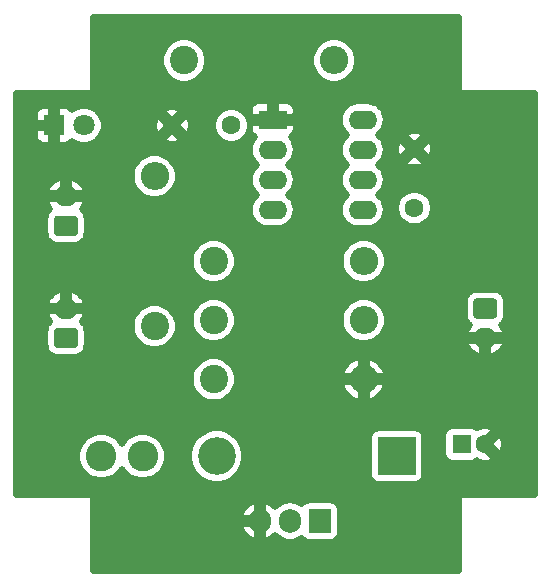
<source format=gbr>
%TF.GenerationSoftware,KiCad,Pcbnew,(5.1.7)-1*%
%TF.CreationDate,2021-05-25T19:38:32+01:00*%
%TF.ProjectId,12_24_boost_converter,31325f32-345f-4626-9f6f-73745f636f6e,rev?*%
%TF.SameCoordinates,Original*%
%TF.FileFunction,Copper,L2,Bot*%
%TF.FilePolarity,Positive*%
%FSLAX46Y46*%
G04 Gerber Fmt 4.6, Leading zero omitted, Abs format (unit mm)*
G04 Created by KiCad (PCBNEW (5.1.7)-1) date 2021-05-25 19:38:32*
%MOMM*%
%LPD*%
G01*
G04 APERTURE LIST*
%TA.AperFunction,ComponentPad*%
%ADD10O,2.400000X2.400000*%
%TD*%
%TA.AperFunction,ComponentPad*%
%ADD11C,2.400000*%
%TD*%
%TA.AperFunction,ComponentPad*%
%ADD12C,1.800000*%
%TD*%
%TA.AperFunction,ComponentPad*%
%ADD13R,1.800000X1.800000*%
%TD*%
%TA.AperFunction,ComponentPad*%
%ADD14C,2.600000*%
%TD*%
%TA.AperFunction,ComponentPad*%
%ADD15O,3.200000X3.200000*%
%TD*%
%TA.AperFunction,ComponentPad*%
%ADD16R,3.200000X3.200000*%
%TD*%
%TA.AperFunction,ComponentPad*%
%ADD17R,2.400000X1.600000*%
%TD*%
%TA.AperFunction,ComponentPad*%
%ADD18O,2.400000X1.600000*%
%TD*%
%TA.AperFunction,ComponentPad*%
%ADD19O,2.000000X1.700000*%
%TD*%
%TA.AperFunction,ComponentPad*%
%ADD20R,1.600000X1.600000*%
%TD*%
%TA.AperFunction,ComponentPad*%
%ADD21C,1.600000*%
%TD*%
%TA.AperFunction,ComponentPad*%
%ADD22R,1.905000X2.000000*%
%TD*%
%TA.AperFunction,ComponentPad*%
%ADD23O,1.905000X2.000000*%
%TD*%
%TA.AperFunction,Conductor*%
%ADD24C,0.500000*%
%TD*%
%TA.AperFunction,Conductor*%
%ADD25C,0.100000*%
%TD*%
G04 APERTURE END LIST*
D10*
%TO.P,R5,2*%
%TO.N,+12V*%
X132700000Y-84500000D03*
D11*
%TO.P,R5,1*%
%TO.N,Net-(D2-Pad2)*%
X120000000Y-84500000D03*
%TD*%
D12*
%TO.P,D2,2*%
%TO.N,Net-(D2-Pad2)*%
X111540000Y-90000000D03*
D13*
%TO.P,D2,1*%
%TO.N,GND*%
X109000000Y-90000000D03*
%TD*%
D14*
%TO.P,L1,2*%
%TO.N,Net-(D1-Pad2)*%
X116500000Y-118000000D03*
%TO.P,L1,1*%
%TO.N,+12V*%
X113000000Y-118000000D03*
%TD*%
D15*
%TO.P,D1,2*%
%TO.N,Net-(D1-Pad2)*%
X122760000Y-118000000D03*
D16*
%TO.P,D1,1*%
%TO.N,+24V*%
X138000000Y-118000000D03*
%TD*%
D17*
%TO.P,U1,1*%
%TO.N,GND*%
X127500000Y-89500000D03*
D18*
%TO.P,U1,5*%
%TO.N,Net-(C2-Pad2)*%
X135120000Y-97120000D03*
%TO.P,U1,2*%
%TO.N,Net-(C1-Pad2)*%
X127500000Y-92040000D03*
%TO.P,U1,6*%
X135120000Y-94580000D03*
%TO.P,U1,3*%
%TO.N,Net-(R3-Pad2)*%
X127500000Y-94580000D03*
%TO.P,U1,7*%
%TO.N,Net-(R1-Pad2)*%
X135120000Y-92040000D03*
%TO.P,U1,4*%
%TO.N,+12V*%
X127500000Y-97120000D03*
%TO.P,U1,8*%
X135120000Y-89500000D03*
%TD*%
D10*
%TO.P,R1,2*%
%TO.N,Net-(R1-Pad2)*%
X135200000Y-101500000D03*
D11*
%TO.P,R1,1*%
%TO.N,+12V*%
X122500000Y-101500000D03*
%TD*%
%TO.P,J3,1*%
%TO.N,+24V*%
%TA.AperFunction,ComponentPad*%
G36*
G01*
X144750000Y-104650000D02*
X146250000Y-104650000D01*
G75*
G02*
X146500000Y-104900000I0J-250000D01*
G01*
X146500000Y-106100000D01*
G75*
G02*
X146250000Y-106350000I-250000J0D01*
G01*
X144750000Y-106350000D01*
G75*
G02*
X144500000Y-106100000I0J250000D01*
G01*
X144500000Y-104900000D01*
G75*
G02*
X144750000Y-104650000I250000J0D01*
G01*
G37*
%TD.AperFunction*%
D19*
%TO.P,J3,2*%
%TO.N,GND*%
X145500000Y-108000000D03*
%TD*%
D20*
%TO.P,C3,1*%
%TO.N,+24V*%
X143500000Y-117000000D03*
D21*
%TO.P,C3,2*%
%TO.N,GND*%
X145500000Y-117000000D03*
%TD*%
D11*
%TO.P,R4,1*%
%TO.N,Net-(Q1-Pad1)*%
X122500000Y-111500000D03*
D10*
%TO.P,R4,2*%
%TO.N,GND*%
X135200000Y-111500000D03*
%TD*%
D11*
%TO.P,R3,1*%
%TO.N,Net-(Q1-Pad1)*%
X117500000Y-107000000D03*
D10*
%TO.P,R3,2*%
%TO.N,Net-(R3-Pad2)*%
X117500000Y-94300000D03*
%TD*%
%TO.P,R2,2*%
%TO.N,Net-(R1-Pad2)*%
X135200000Y-106500000D03*
D11*
%TO.P,R2,1*%
%TO.N,Net-(C1-Pad2)*%
X122500000Y-106500000D03*
%TD*%
D21*
%TO.P,C1,1*%
%TO.N,GND*%
X119000000Y-90000000D03*
%TO.P,C1,2*%
%TO.N,Net-(C1-Pad2)*%
X124000000Y-90000000D03*
%TD*%
%TO.P,J2,1*%
%TO.N,+12V*%
%TA.AperFunction,ComponentPad*%
G36*
G01*
X110750000Y-108850000D02*
X109250000Y-108850000D01*
G75*
G02*
X109000000Y-108600000I0J250000D01*
G01*
X109000000Y-107400000D01*
G75*
G02*
X109250000Y-107150000I250000J0D01*
G01*
X110750000Y-107150000D01*
G75*
G02*
X111000000Y-107400000I0J-250000D01*
G01*
X111000000Y-108600000D01*
G75*
G02*
X110750000Y-108850000I-250000J0D01*
G01*
G37*
%TD.AperFunction*%
D19*
%TO.P,J2,2*%
%TO.N,GND*%
X110000000Y-105500000D03*
%TD*%
D21*
%TO.P,C2,1*%
%TO.N,GND*%
X139500000Y-92000000D03*
%TO.P,C2,2*%
%TO.N,Net-(C2-Pad2)*%
X139500000Y-97000000D03*
%TD*%
D22*
%TO.P,Q1,1*%
%TO.N,Net-(Q1-Pad1)*%
X131500000Y-123500000D03*
D23*
%TO.P,Q1,2*%
%TO.N,Net-(D1-Pad2)*%
X128960000Y-123500000D03*
%TO.P,Q1,3*%
%TO.N,GND*%
X126420000Y-123500000D03*
%TD*%
%TO.P,J1,1*%
%TO.N,+12V*%
%TA.AperFunction,ComponentPad*%
G36*
G01*
X110750000Y-99350000D02*
X109250000Y-99350000D01*
G75*
G02*
X109000000Y-99100000I0J250000D01*
G01*
X109000000Y-97900000D01*
G75*
G02*
X109250000Y-97650000I250000J0D01*
G01*
X110750000Y-97650000D01*
G75*
G02*
X111000000Y-97900000I0J-250000D01*
G01*
X111000000Y-99100000D01*
G75*
G02*
X110750000Y-99350000I-250000J0D01*
G01*
G37*
%TD.AperFunction*%
D19*
%TO.P,J1,2*%
%TO.N,GND*%
X110000000Y-96000000D03*
%TD*%
D24*
%TO.N,GND*%
X143250000Y-87000000D02*
X143254804Y-87048773D01*
X143269030Y-87095671D01*
X143292133Y-87138893D01*
X143323223Y-87176777D01*
X143361107Y-87207867D01*
X143404329Y-87230970D01*
X143451227Y-87245196D01*
X143500000Y-87250000D01*
X149725000Y-87250000D01*
X149725001Y-121250000D01*
X143500000Y-121250000D01*
X143451227Y-121254804D01*
X143404329Y-121269030D01*
X143361107Y-121292133D01*
X143323223Y-121323223D01*
X143292133Y-121361107D01*
X143269030Y-121404329D01*
X143254804Y-121451227D01*
X143250000Y-121500000D01*
X143250000Y-127725000D01*
X112250000Y-127725000D01*
X112250000Y-124011501D01*
X124784882Y-124011501D01*
X124906822Y-124321581D01*
X125086913Y-124601914D01*
X125318234Y-124841726D01*
X125591895Y-125031802D01*
X125897380Y-125164837D01*
X125909635Y-125171703D01*
X126170000Y-125041731D01*
X126170000Y-123750000D01*
X124919927Y-123750000D01*
X124784882Y-124011501D01*
X112250000Y-124011501D01*
X112250000Y-122988499D01*
X124784882Y-122988499D01*
X124919927Y-123250000D01*
X126170000Y-123250000D01*
X126170000Y-121958269D01*
X126670000Y-121958269D01*
X126670000Y-123250000D01*
X126690000Y-123250000D01*
X126690000Y-123750000D01*
X126670000Y-123750000D01*
X126670000Y-125041731D01*
X126930365Y-125171703D01*
X126942620Y-125164837D01*
X127248105Y-125031802D01*
X127521766Y-124841726D01*
X127682750Y-124674832D01*
X127750326Y-124757174D01*
X128009565Y-124969926D01*
X128305329Y-125128015D01*
X128626252Y-125225366D01*
X128960000Y-125258237D01*
X129293747Y-125225366D01*
X129614670Y-125128015D01*
X129910434Y-124969926D01*
X129941801Y-124944184D01*
X130014605Y-125032895D01*
X130128807Y-125126619D01*
X130259099Y-125196261D01*
X130400474Y-125239147D01*
X130547500Y-125253628D01*
X132452500Y-125253628D01*
X132599526Y-125239147D01*
X132740901Y-125196261D01*
X132871193Y-125126619D01*
X132985395Y-125032895D01*
X133079119Y-124918693D01*
X133148761Y-124788401D01*
X133191647Y-124647026D01*
X133206128Y-124500000D01*
X133206128Y-122500000D01*
X133191647Y-122352974D01*
X133148761Y-122211599D01*
X133079119Y-122081307D01*
X132985395Y-121967105D01*
X132871193Y-121873381D01*
X132740901Y-121803739D01*
X132599526Y-121760853D01*
X132452500Y-121746372D01*
X130547500Y-121746372D01*
X130400474Y-121760853D01*
X130259099Y-121803739D01*
X130128807Y-121873381D01*
X130014605Y-121967105D01*
X129941801Y-122055816D01*
X129910435Y-122030074D01*
X129614671Y-121871985D01*
X129293748Y-121774634D01*
X128960000Y-121741763D01*
X128626253Y-121774634D01*
X128305330Y-121871985D01*
X128009566Y-122030074D01*
X127750326Y-122242826D01*
X127682750Y-122325167D01*
X127521766Y-122158274D01*
X127248105Y-121968198D01*
X126942620Y-121835163D01*
X126930365Y-121828297D01*
X126670000Y-121958269D01*
X126170000Y-121958269D01*
X125909635Y-121828297D01*
X125897380Y-121835163D01*
X125591895Y-121968198D01*
X125318234Y-122158274D01*
X125086913Y-122398086D01*
X124906822Y-122678419D01*
X124784882Y-122988499D01*
X112250000Y-122988499D01*
X112250000Y-121500000D01*
X112245196Y-121451227D01*
X112230970Y-121404329D01*
X112207867Y-121361107D01*
X112176777Y-121323223D01*
X112138893Y-121292133D01*
X112095671Y-121269030D01*
X112048773Y-121254804D01*
X112000000Y-121250000D01*
X105775000Y-121250000D01*
X105775000Y-117798093D01*
X110950000Y-117798093D01*
X110950000Y-118201907D01*
X111028780Y-118597963D01*
X111183314Y-118971039D01*
X111407661Y-119306799D01*
X111693201Y-119592339D01*
X112028961Y-119816686D01*
X112402037Y-119971220D01*
X112798093Y-120050000D01*
X113201907Y-120050000D01*
X113597963Y-119971220D01*
X113971039Y-119816686D01*
X114306799Y-119592339D01*
X114592339Y-119306799D01*
X114750000Y-119070842D01*
X114907661Y-119306799D01*
X115193201Y-119592339D01*
X115528961Y-119816686D01*
X115902037Y-119971220D01*
X116298093Y-120050000D01*
X116701907Y-120050000D01*
X117097963Y-119971220D01*
X117471039Y-119816686D01*
X117806799Y-119592339D01*
X118092339Y-119306799D01*
X118316686Y-118971039D01*
X118471220Y-118597963D01*
X118550000Y-118201907D01*
X118550000Y-117798093D01*
X118544123Y-117768545D01*
X120410000Y-117768545D01*
X120410000Y-118231455D01*
X120500309Y-118685470D01*
X120677457Y-119113143D01*
X120934636Y-119498038D01*
X121261962Y-119825364D01*
X121646857Y-120082543D01*
X122074530Y-120259691D01*
X122528545Y-120350000D01*
X122991455Y-120350000D01*
X123445470Y-120259691D01*
X123873143Y-120082543D01*
X124258038Y-119825364D01*
X124585364Y-119498038D01*
X124842543Y-119113143D01*
X125019691Y-118685470D01*
X125110000Y-118231455D01*
X125110000Y-117768545D01*
X125019691Y-117314530D01*
X124842543Y-116886857D01*
X124585364Y-116501962D01*
X124483402Y-116400000D01*
X135646372Y-116400000D01*
X135646372Y-119600000D01*
X135660853Y-119747026D01*
X135703739Y-119888401D01*
X135773381Y-120018693D01*
X135867105Y-120132895D01*
X135981307Y-120226619D01*
X136111599Y-120296261D01*
X136252974Y-120339147D01*
X136400000Y-120353628D01*
X139600000Y-120353628D01*
X139747026Y-120339147D01*
X139888401Y-120296261D01*
X140018693Y-120226619D01*
X140132895Y-120132895D01*
X140226619Y-120018693D01*
X140296261Y-119888401D01*
X140339147Y-119747026D01*
X140353628Y-119600000D01*
X140353628Y-116400000D01*
X140339147Y-116252974D01*
X140323078Y-116200000D01*
X141946372Y-116200000D01*
X141946372Y-117800000D01*
X141960853Y-117947026D01*
X142003739Y-118088401D01*
X142073381Y-118218693D01*
X142167105Y-118332895D01*
X142281307Y-118426619D01*
X142411599Y-118496261D01*
X142552974Y-118539147D01*
X142700000Y-118553628D01*
X144300000Y-118553628D01*
X144447026Y-118539147D01*
X144588401Y-118496261D01*
X144718693Y-118426619D01*
X144791812Y-118366612D01*
X144798649Y-118390653D01*
X145083429Y-118500758D01*
X145384216Y-118553190D01*
X145689454Y-118545935D01*
X145987411Y-118479270D01*
X146201351Y-118390653D01*
X146275694Y-118129247D01*
X145500000Y-117353553D01*
X145485858Y-117367696D01*
X145132305Y-117014143D01*
X145146447Y-117000000D01*
X145853553Y-117000000D01*
X146629247Y-117775694D01*
X146890653Y-117701351D01*
X147000758Y-117416571D01*
X147053190Y-117115784D01*
X147045935Y-116810546D01*
X146979270Y-116512589D01*
X146890653Y-116298649D01*
X146629247Y-116224306D01*
X145853553Y-117000000D01*
X145146447Y-117000000D01*
X145132305Y-116985858D01*
X145485858Y-116632305D01*
X145500000Y-116646447D01*
X146275694Y-115870753D01*
X146201351Y-115609347D01*
X145916571Y-115499242D01*
X145615784Y-115446810D01*
X145310546Y-115454065D01*
X145012589Y-115520730D01*
X144798649Y-115609347D01*
X144791812Y-115633388D01*
X144718693Y-115573381D01*
X144588401Y-115503739D01*
X144447026Y-115460853D01*
X144300000Y-115446372D01*
X142700000Y-115446372D01*
X142552974Y-115460853D01*
X142411599Y-115503739D01*
X142281307Y-115573381D01*
X142167105Y-115667105D01*
X142073381Y-115781307D01*
X142003739Y-115911599D01*
X141960853Y-116052974D01*
X141946372Y-116200000D01*
X140323078Y-116200000D01*
X140296261Y-116111599D01*
X140226619Y-115981307D01*
X140132895Y-115867105D01*
X140018693Y-115773381D01*
X139888401Y-115703739D01*
X139747026Y-115660853D01*
X139600000Y-115646372D01*
X136400000Y-115646372D01*
X136252974Y-115660853D01*
X136111599Y-115703739D01*
X135981307Y-115773381D01*
X135867105Y-115867105D01*
X135773381Y-115981307D01*
X135703739Y-116111599D01*
X135660853Y-116252974D01*
X135646372Y-116400000D01*
X124483402Y-116400000D01*
X124258038Y-116174636D01*
X123873143Y-115917457D01*
X123445470Y-115740309D01*
X122991455Y-115650000D01*
X122528545Y-115650000D01*
X122074530Y-115740309D01*
X121646857Y-115917457D01*
X121261962Y-116174636D01*
X120934636Y-116501962D01*
X120677457Y-116886857D01*
X120500309Y-117314530D01*
X120410000Y-117768545D01*
X118544123Y-117768545D01*
X118471220Y-117402037D01*
X118316686Y-117028961D01*
X118092339Y-116693201D01*
X117806799Y-116407661D01*
X117471039Y-116183314D01*
X117097963Y-116028780D01*
X116701907Y-115950000D01*
X116298093Y-115950000D01*
X115902037Y-116028780D01*
X115528961Y-116183314D01*
X115193201Y-116407661D01*
X114907661Y-116693201D01*
X114750000Y-116929158D01*
X114592339Y-116693201D01*
X114306799Y-116407661D01*
X113971039Y-116183314D01*
X113597963Y-116028780D01*
X113201907Y-115950000D01*
X112798093Y-115950000D01*
X112402037Y-116028780D01*
X112028961Y-116183314D01*
X111693201Y-116407661D01*
X111407661Y-116693201D01*
X111183314Y-117028961D01*
X111028780Y-117402037D01*
X110950000Y-117798093D01*
X105775000Y-117798093D01*
X105775000Y-111307942D01*
X120550000Y-111307942D01*
X120550000Y-111692058D01*
X120624938Y-112068794D01*
X120771933Y-112423671D01*
X120985336Y-112743052D01*
X121256948Y-113014664D01*
X121576329Y-113228067D01*
X121931206Y-113375062D01*
X122307942Y-113450000D01*
X122692058Y-113450000D01*
X123068794Y-113375062D01*
X123423671Y-113228067D01*
X123743052Y-113014664D01*
X124014664Y-112743052D01*
X124228067Y-112423671D01*
X124375062Y-112068794D01*
X124378909Y-112049452D01*
X133329010Y-112049452D01*
X133339063Y-112082616D01*
X133488483Y-112434472D01*
X133703676Y-112750417D01*
X133976372Y-113018309D01*
X134296091Y-113227853D01*
X134650547Y-113370997D01*
X134950000Y-113246415D01*
X134950000Y-111750000D01*
X135450000Y-111750000D01*
X135450000Y-113246415D01*
X135749453Y-113370997D01*
X136103909Y-113227853D01*
X136423628Y-113018309D01*
X136696324Y-112750417D01*
X136911517Y-112434472D01*
X137060937Y-112082616D01*
X137070990Y-112049452D01*
X136944679Y-111750000D01*
X135450000Y-111750000D01*
X134950000Y-111750000D01*
X133455321Y-111750000D01*
X133329010Y-112049452D01*
X124378909Y-112049452D01*
X124450000Y-111692058D01*
X124450000Y-111307942D01*
X124378910Y-110950548D01*
X133329010Y-110950548D01*
X133455321Y-111250000D01*
X134950000Y-111250000D01*
X134950000Y-109753585D01*
X135450000Y-109753585D01*
X135450000Y-111250000D01*
X136944679Y-111250000D01*
X137070990Y-110950548D01*
X137060937Y-110917384D01*
X136911517Y-110565528D01*
X136696324Y-110249583D01*
X136423628Y-109981691D01*
X136103909Y-109772147D01*
X135749453Y-109629003D01*
X135450000Y-109753585D01*
X134950000Y-109753585D01*
X134650547Y-109629003D01*
X134296091Y-109772147D01*
X133976372Y-109981691D01*
X133703676Y-110249583D01*
X133488483Y-110565528D01*
X133339063Y-110917384D01*
X133329010Y-110950548D01*
X124378910Y-110950548D01*
X124375062Y-110931206D01*
X124228067Y-110576329D01*
X124014664Y-110256948D01*
X123743052Y-109985336D01*
X123423671Y-109771933D01*
X123068794Y-109624938D01*
X122692058Y-109550000D01*
X122307942Y-109550000D01*
X121931206Y-109624938D01*
X121576329Y-109771933D01*
X121256948Y-109985336D01*
X120985336Y-110256948D01*
X120771933Y-110576329D01*
X120624938Y-110931206D01*
X120550000Y-111307942D01*
X105775000Y-111307942D01*
X105775000Y-107400000D01*
X108246372Y-107400000D01*
X108246372Y-108600000D01*
X108265656Y-108795798D01*
X108322769Y-108984072D01*
X108415514Y-109157586D01*
X108540328Y-109309672D01*
X108692414Y-109434486D01*
X108865928Y-109527231D01*
X109054202Y-109584344D01*
X109250000Y-109603628D01*
X110750000Y-109603628D01*
X110945798Y-109584344D01*
X111134072Y-109527231D01*
X111307586Y-109434486D01*
X111459672Y-109309672D01*
X111584486Y-109157586D01*
X111677231Y-108984072D01*
X111734344Y-108795798D01*
X111753628Y-108600000D01*
X111753628Y-107400000D01*
X111734344Y-107204202D01*
X111677231Y-107015928D01*
X111584486Y-106842414D01*
X111556196Y-106807942D01*
X115550000Y-106807942D01*
X115550000Y-107192058D01*
X115624938Y-107568794D01*
X115771933Y-107923671D01*
X115985336Y-108243052D01*
X116256948Y-108514664D01*
X116576329Y-108728067D01*
X116931206Y-108875062D01*
X117307942Y-108950000D01*
X117692058Y-108950000D01*
X118068794Y-108875062D01*
X118423671Y-108728067D01*
X118743052Y-108514664D01*
X118763573Y-108494143D01*
X143828217Y-108494143D01*
X143862214Y-108575764D01*
X144003127Y-108854954D01*
X144195800Y-109101288D01*
X144432828Y-109305300D01*
X144705103Y-109459150D01*
X145002161Y-109556926D01*
X145250000Y-109404672D01*
X145250000Y-108250000D01*
X145750000Y-108250000D01*
X145750000Y-109404672D01*
X145997839Y-109556926D01*
X146294897Y-109459150D01*
X146567172Y-109305300D01*
X146804200Y-109101288D01*
X146996873Y-108854954D01*
X147137786Y-108575764D01*
X147171783Y-108494143D01*
X147040200Y-108250000D01*
X145750000Y-108250000D01*
X145250000Y-108250000D01*
X143959800Y-108250000D01*
X143828217Y-108494143D01*
X118763573Y-108494143D01*
X119014664Y-108243052D01*
X119228067Y-107923671D01*
X119375062Y-107568794D01*
X119450000Y-107192058D01*
X119450000Y-106807942D01*
X119375062Y-106431206D01*
X119324005Y-106307942D01*
X120550000Y-106307942D01*
X120550000Y-106692058D01*
X120624938Y-107068794D01*
X120771933Y-107423671D01*
X120985336Y-107743052D01*
X121256948Y-108014664D01*
X121576329Y-108228067D01*
X121931206Y-108375062D01*
X122307942Y-108450000D01*
X122692058Y-108450000D01*
X123068794Y-108375062D01*
X123423671Y-108228067D01*
X123743052Y-108014664D01*
X124014664Y-107743052D01*
X124228067Y-107423671D01*
X124375062Y-107068794D01*
X124450000Y-106692058D01*
X124450000Y-106307942D01*
X133250000Y-106307942D01*
X133250000Y-106692058D01*
X133324938Y-107068794D01*
X133471933Y-107423671D01*
X133685336Y-107743052D01*
X133956948Y-108014664D01*
X134276329Y-108228067D01*
X134631206Y-108375062D01*
X135007942Y-108450000D01*
X135392058Y-108450000D01*
X135768794Y-108375062D01*
X136123671Y-108228067D01*
X136443052Y-108014664D01*
X136714664Y-107743052D01*
X136928067Y-107423671D01*
X137075062Y-107068794D01*
X137150000Y-106692058D01*
X137150000Y-106307942D01*
X137075062Y-105931206D01*
X136928067Y-105576329D01*
X136714664Y-105256948D01*
X136443052Y-104985336D01*
X136315338Y-104900000D01*
X143746372Y-104900000D01*
X143746372Y-106100000D01*
X143765656Y-106295798D01*
X143822769Y-106484072D01*
X143915514Y-106657586D01*
X144040328Y-106809672D01*
X144177434Y-106922193D01*
X144003127Y-107145046D01*
X143862214Y-107424236D01*
X143828217Y-107505857D01*
X143959800Y-107750000D01*
X145250000Y-107750000D01*
X145250000Y-107730000D01*
X145750000Y-107730000D01*
X145750000Y-107750000D01*
X147040200Y-107750000D01*
X147171783Y-107505857D01*
X147137786Y-107424236D01*
X146996873Y-107145046D01*
X146822566Y-106922193D01*
X146959672Y-106809672D01*
X147084486Y-106657586D01*
X147177231Y-106484072D01*
X147234344Y-106295798D01*
X147253628Y-106100000D01*
X147253628Y-104900000D01*
X147234344Y-104704202D01*
X147177231Y-104515928D01*
X147084486Y-104342414D01*
X146959672Y-104190328D01*
X146807586Y-104065514D01*
X146634072Y-103972769D01*
X146445798Y-103915656D01*
X146250000Y-103896372D01*
X144750000Y-103896372D01*
X144554202Y-103915656D01*
X144365928Y-103972769D01*
X144192414Y-104065514D01*
X144040328Y-104190328D01*
X143915514Y-104342414D01*
X143822769Y-104515928D01*
X143765656Y-104704202D01*
X143746372Y-104900000D01*
X136315338Y-104900000D01*
X136123671Y-104771933D01*
X135768794Y-104624938D01*
X135392058Y-104550000D01*
X135007942Y-104550000D01*
X134631206Y-104624938D01*
X134276329Y-104771933D01*
X133956948Y-104985336D01*
X133685336Y-105256948D01*
X133471933Y-105576329D01*
X133324938Y-105931206D01*
X133250000Y-106307942D01*
X124450000Y-106307942D01*
X124375062Y-105931206D01*
X124228067Y-105576329D01*
X124014664Y-105256948D01*
X123743052Y-104985336D01*
X123423671Y-104771933D01*
X123068794Y-104624938D01*
X122692058Y-104550000D01*
X122307942Y-104550000D01*
X121931206Y-104624938D01*
X121576329Y-104771933D01*
X121256948Y-104985336D01*
X120985336Y-105256948D01*
X120771933Y-105576329D01*
X120624938Y-105931206D01*
X120550000Y-106307942D01*
X119324005Y-106307942D01*
X119228067Y-106076329D01*
X119014664Y-105756948D01*
X118743052Y-105485336D01*
X118423671Y-105271933D01*
X118068794Y-105124938D01*
X117692058Y-105050000D01*
X117307942Y-105050000D01*
X116931206Y-105124938D01*
X116576329Y-105271933D01*
X116256948Y-105485336D01*
X115985336Y-105756948D01*
X115771933Y-106076329D01*
X115624938Y-106431206D01*
X115550000Y-106807942D01*
X111556196Y-106807942D01*
X111459672Y-106690328D01*
X111322566Y-106577807D01*
X111496873Y-106354954D01*
X111637786Y-106075764D01*
X111671783Y-105994143D01*
X111540200Y-105750000D01*
X110250000Y-105750000D01*
X110250000Y-105770000D01*
X109750000Y-105770000D01*
X109750000Y-105750000D01*
X108459800Y-105750000D01*
X108328217Y-105994143D01*
X108362214Y-106075764D01*
X108503127Y-106354954D01*
X108677434Y-106577807D01*
X108540328Y-106690328D01*
X108415514Y-106842414D01*
X108322769Y-107015928D01*
X108265656Y-107204202D01*
X108246372Y-107400000D01*
X105775000Y-107400000D01*
X105775000Y-105005857D01*
X108328217Y-105005857D01*
X108459800Y-105250000D01*
X109750000Y-105250000D01*
X109750000Y-104095328D01*
X110250000Y-104095328D01*
X110250000Y-105250000D01*
X111540200Y-105250000D01*
X111671783Y-105005857D01*
X111637786Y-104924236D01*
X111496873Y-104645046D01*
X111304200Y-104398712D01*
X111067172Y-104194700D01*
X110794897Y-104040850D01*
X110497839Y-103943074D01*
X110250000Y-104095328D01*
X109750000Y-104095328D01*
X109502161Y-103943074D01*
X109205103Y-104040850D01*
X108932828Y-104194700D01*
X108695800Y-104398712D01*
X108503127Y-104645046D01*
X108362214Y-104924236D01*
X108328217Y-105005857D01*
X105775000Y-105005857D01*
X105775000Y-101307942D01*
X120550000Y-101307942D01*
X120550000Y-101692058D01*
X120624938Y-102068794D01*
X120771933Y-102423671D01*
X120985336Y-102743052D01*
X121256948Y-103014664D01*
X121576329Y-103228067D01*
X121931206Y-103375062D01*
X122307942Y-103450000D01*
X122692058Y-103450000D01*
X123068794Y-103375062D01*
X123423671Y-103228067D01*
X123743052Y-103014664D01*
X124014664Y-102743052D01*
X124228067Y-102423671D01*
X124375062Y-102068794D01*
X124450000Y-101692058D01*
X124450000Y-101307942D01*
X133250000Y-101307942D01*
X133250000Y-101692058D01*
X133324938Y-102068794D01*
X133471933Y-102423671D01*
X133685336Y-102743052D01*
X133956948Y-103014664D01*
X134276329Y-103228067D01*
X134631206Y-103375062D01*
X135007942Y-103450000D01*
X135392058Y-103450000D01*
X135768794Y-103375062D01*
X136123671Y-103228067D01*
X136443052Y-103014664D01*
X136714664Y-102743052D01*
X136928067Y-102423671D01*
X137075062Y-102068794D01*
X137150000Y-101692058D01*
X137150000Y-101307942D01*
X137075062Y-100931206D01*
X136928067Y-100576329D01*
X136714664Y-100256948D01*
X136443052Y-99985336D01*
X136123671Y-99771933D01*
X135768794Y-99624938D01*
X135392058Y-99550000D01*
X135007942Y-99550000D01*
X134631206Y-99624938D01*
X134276329Y-99771933D01*
X133956948Y-99985336D01*
X133685336Y-100256948D01*
X133471933Y-100576329D01*
X133324938Y-100931206D01*
X133250000Y-101307942D01*
X124450000Y-101307942D01*
X124375062Y-100931206D01*
X124228067Y-100576329D01*
X124014664Y-100256948D01*
X123743052Y-99985336D01*
X123423671Y-99771933D01*
X123068794Y-99624938D01*
X122692058Y-99550000D01*
X122307942Y-99550000D01*
X121931206Y-99624938D01*
X121576329Y-99771933D01*
X121256948Y-99985336D01*
X120985336Y-100256948D01*
X120771933Y-100576329D01*
X120624938Y-100931206D01*
X120550000Y-101307942D01*
X105775000Y-101307942D01*
X105775000Y-97900000D01*
X108246372Y-97900000D01*
X108246372Y-99100000D01*
X108265656Y-99295798D01*
X108322769Y-99484072D01*
X108415514Y-99657586D01*
X108540328Y-99809672D01*
X108692414Y-99934486D01*
X108865928Y-100027231D01*
X109054202Y-100084344D01*
X109250000Y-100103628D01*
X110750000Y-100103628D01*
X110945798Y-100084344D01*
X111134072Y-100027231D01*
X111307586Y-99934486D01*
X111459672Y-99809672D01*
X111584486Y-99657586D01*
X111677231Y-99484072D01*
X111734344Y-99295798D01*
X111753628Y-99100000D01*
X111753628Y-97900000D01*
X111734344Y-97704202D01*
X111677231Y-97515928D01*
X111584486Y-97342414D01*
X111459672Y-97190328D01*
X111322566Y-97077807D01*
X111496873Y-96854954D01*
X111637786Y-96575764D01*
X111671783Y-96494143D01*
X111540200Y-96250000D01*
X110250000Y-96250000D01*
X110250000Y-96270000D01*
X109750000Y-96270000D01*
X109750000Y-96250000D01*
X108459800Y-96250000D01*
X108328217Y-96494143D01*
X108362214Y-96575764D01*
X108503127Y-96854954D01*
X108677434Y-97077807D01*
X108540328Y-97190328D01*
X108415514Y-97342414D01*
X108322769Y-97515928D01*
X108265656Y-97704202D01*
X108246372Y-97900000D01*
X105775000Y-97900000D01*
X105775000Y-95505857D01*
X108328217Y-95505857D01*
X108459800Y-95750000D01*
X109750000Y-95750000D01*
X109750000Y-94595328D01*
X110250000Y-94595328D01*
X110250000Y-95750000D01*
X111540200Y-95750000D01*
X111671783Y-95505857D01*
X111637786Y-95424236D01*
X111496873Y-95145046D01*
X111304200Y-94898712D01*
X111067172Y-94694700D01*
X110794897Y-94540850D01*
X110497839Y-94443074D01*
X110250000Y-94595328D01*
X109750000Y-94595328D01*
X109502161Y-94443074D01*
X109205103Y-94540850D01*
X108932828Y-94694700D01*
X108695800Y-94898712D01*
X108503127Y-95145046D01*
X108362214Y-95424236D01*
X108328217Y-95505857D01*
X105775000Y-95505857D01*
X105775000Y-94107942D01*
X115550000Y-94107942D01*
X115550000Y-94492058D01*
X115624938Y-94868794D01*
X115771933Y-95223671D01*
X115985336Y-95543052D01*
X116256948Y-95814664D01*
X116576329Y-96028067D01*
X116931206Y-96175062D01*
X117307942Y-96250000D01*
X117692058Y-96250000D01*
X118068794Y-96175062D01*
X118423671Y-96028067D01*
X118743052Y-95814664D01*
X119014664Y-95543052D01*
X119228067Y-95223671D01*
X119375062Y-94868794D01*
X119450000Y-94492058D01*
X119450000Y-94107942D01*
X119375062Y-93731206D01*
X119228067Y-93376329D01*
X119014664Y-93056948D01*
X118743052Y-92785336D01*
X118423671Y-92571933D01*
X118068794Y-92424938D01*
X117692058Y-92350000D01*
X117307942Y-92350000D01*
X116931206Y-92424938D01*
X116576329Y-92571933D01*
X116256948Y-92785336D01*
X115985336Y-93056948D01*
X115771933Y-93376329D01*
X115624938Y-93731206D01*
X115550000Y-94107942D01*
X105775000Y-94107942D01*
X105775000Y-90900000D01*
X107346371Y-90900000D01*
X107360852Y-91047026D01*
X107403738Y-91188401D01*
X107473380Y-91318694D01*
X107567104Y-91432896D01*
X107681306Y-91526620D01*
X107811599Y-91596262D01*
X107952974Y-91639148D01*
X108100000Y-91653629D01*
X108562500Y-91650000D01*
X108750000Y-91462500D01*
X108750000Y-90250000D01*
X107537500Y-90250000D01*
X107350000Y-90437500D01*
X107346371Y-90900000D01*
X105775000Y-90900000D01*
X105775000Y-89100000D01*
X107346371Y-89100000D01*
X107350000Y-89562500D01*
X107537500Y-89750000D01*
X108750000Y-89750000D01*
X108750000Y-88537500D01*
X109250000Y-88537500D01*
X109250000Y-89750000D01*
X109270000Y-89750000D01*
X109270000Y-90250000D01*
X109250000Y-90250000D01*
X109250000Y-91462500D01*
X109437500Y-91650000D01*
X109900000Y-91653629D01*
X110047026Y-91639148D01*
X110188401Y-91596262D01*
X110318694Y-91526620D01*
X110432896Y-91432896D01*
X110526620Y-91318694D01*
X110531100Y-91310313D01*
X110758432Y-91462211D01*
X111058713Y-91586592D01*
X111377489Y-91650000D01*
X111702511Y-91650000D01*
X112021287Y-91586592D01*
X112321568Y-91462211D01*
X112591814Y-91281639D01*
X112744206Y-91129247D01*
X118224306Y-91129247D01*
X118298649Y-91390653D01*
X118583429Y-91500758D01*
X118884216Y-91553190D01*
X119189454Y-91545935D01*
X119487411Y-91479270D01*
X119701351Y-91390653D01*
X119775694Y-91129247D01*
X119000000Y-90353553D01*
X118224306Y-91129247D01*
X112744206Y-91129247D01*
X112821639Y-91051814D01*
X113002211Y-90781568D01*
X113126592Y-90481287D01*
X113190000Y-90162511D01*
X113190000Y-89884216D01*
X117446810Y-89884216D01*
X117454065Y-90189454D01*
X117520730Y-90487411D01*
X117609347Y-90701351D01*
X117870753Y-90775694D01*
X118646447Y-90000000D01*
X119353553Y-90000000D01*
X120129247Y-90775694D01*
X120390653Y-90701351D01*
X120500758Y-90416571D01*
X120553190Y-90115784D01*
X120546810Y-89847338D01*
X122450000Y-89847338D01*
X122450000Y-90152662D01*
X122509565Y-90452118D01*
X122626408Y-90734200D01*
X122796036Y-90988068D01*
X123011932Y-91203964D01*
X123265800Y-91373592D01*
X123547882Y-91490435D01*
X123847338Y-91550000D01*
X124152662Y-91550000D01*
X124452118Y-91490435D01*
X124734200Y-91373592D01*
X124988068Y-91203964D01*
X125203964Y-90988068D01*
X125373592Y-90734200D01*
X125490435Y-90452118D01*
X125547732Y-90164065D01*
X125546371Y-90300000D01*
X125560852Y-90447026D01*
X125603738Y-90588401D01*
X125673380Y-90718694D01*
X125767104Y-90832896D01*
X125881306Y-90926620D01*
X125969774Y-90973906D01*
X125804987Y-91174700D01*
X125661059Y-91443971D01*
X125572428Y-91736147D01*
X125542501Y-92040000D01*
X125572428Y-92343853D01*
X125661059Y-92636029D01*
X125804987Y-92905300D01*
X125998682Y-93141318D01*
X126204222Y-93310000D01*
X125998682Y-93478682D01*
X125804987Y-93714700D01*
X125661059Y-93983971D01*
X125572428Y-94276147D01*
X125542501Y-94580000D01*
X125572428Y-94883853D01*
X125661059Y-95176029D01*
X125804987Y-95445300D01*
X125998682Y-95681318D01*
X126204222Y-95850000D01*
X125998682Y-96018682D01*
X125804987Y-96254700D01*
X125661059Y-96523971D01*
X125572428Y-96816147D01*
X125542501Y-97120000D01*
X125572428Y-97423853D01*
X125661059Y-97716029D01*
X125804987Y-97985300D01*
X125998682Y-98221318D01*
X126234700Y-98415013D01*
X126503971Y-98558941D01*
X126796147Y-98647572D01*
X127023862Y-98670000D01*
X127976138Y-98670000D01*
X128203853Y-98647572D01*
X128496029Y-98558941D01*
X128765300Y-98415013D01*
X129001318Y-98221318D01*
X129195013Y-97985300D01*
X129338941Y-97716029D01*
X129427572Y-97423853D01*
X129457499Y-97120000D01*
X129427572Y-96816147D01*
X129338941Y-96523971D01*
X129195013Y-96254700D01*
X129001318Y-96018682D01*
X128795778Y-95850000D01*
X129001318Y-95681318D01*
X129195013Y-95445300D01*
X129338941Y-95176029D01*
X129427572Y-94883853D01*
X129457499Y-94580000D01*
X129427572Y-94276147D01*
X129338941Y-93983971D01*
X129195013Y-93714700D01*
X129001318Y-93478682D01*
X128795778Y-93310000D01*
X129001318Y-93141318D01*
X129195013Y-92905300D01*
X129338941Y-92636029D01*
X129427572Y-92343853D01*
X129457499Y-92040000D01*
X129427572Y-91736147D01*
X129338941Y-91443971D01*
X129195013Y-91174700D01*
X129030226Y-90973906D01*
X129118694Y-90926620D01*
X129232896Y-90832896D01*
X129326620Y-90718694D01*
X129396262Y-90588401D01*
X129439148Y-90447026D01*
X129453629Y-90300000D01*
X129450000Y-89937500D01*
X129262500Y-89750000D01*
X127750000Y-89750000D01*
X127750000Y-89770000D01*
X127250000Y-89770000D01*
X127250000Y-89750000D01*
X125737500Y-89750000D01*
X125550000Y-89937500D01*
X125550000Y-89847338D01*
X125490435Y-89547882D01*
X125470602Y-89500000D01*
X133162501Y-89500000D01*
X133192428Y-89803853D01*
X133281059Y-90096029D01*
X133424987Y-90365300D01*
X133618682Y-90601318D01*
X133824222Y-90770000D01*
X133618682Y-90938682D01*
X133424987Y-91174700D01*
X133281059Y-91443971D01*
X133192428Y-91736147D01*
X133162501Y-92040000D01*
X133192428Y-92343853D01*
X133281059Y-92636029D01*
X133424987Y-92905300D01*
X133618682Y-93141318D01*
X133824222Y-93310000D01*
X133618682Y-93478682D01*
X133424987Y-93714700D01*
X133281059Y-93983971D01*
X133192428Y-94276147D01*
X133162501Y-94580000D01*
X133192428Y-94883853D01*
X133281059Y-95176029D01*
X133424987Y-95445300D01*
X133618682Y-95681318D01*
X133824222Y-95850000D01*
X133618682Y-96018682D01*
X133424987Y-96254700D01*
X133281059Y-96523971D01*
X133192428Y-96816147D01*
X133162501Y-97120000D01*
X133192428Y-97423853D01*
X133281059Y-97716029D01*
X133424987Y-97985300D01*
X133618682Y-98221318D01*
X133854700Y-98415013D01*
X134123971Y-98558941D01*
X134416147Y-98647572D01*
X134643862Y-98670000D01*
X135596138Y-98670000D01*
X135823853Y-98647572D01*
X136116029Y-98558941D01*
X136385300Y-98415013D01*
X136621318Y-98221318D01*
X136815013Y-97985300D01*
X136958941Y-97716029D01*
X137047572Y-97423853D01*
X137077499Y-97120000D01*
X137050645Y-96847338D01*
X137950000Y-96847338D01*
X137950000Y-97152662D01*
X138009565Y-97452118D01*
X138126408Y-97734200D01*
X138296036Y-97988068D01*
X138511932Y-98203964D01*
X138765800Y-98373592D01*
X139047882Y-98490435D01*
X139347338Y-98550000D01*
X139652662Y-98550000D01*
X139952118Y-98490435D01*
X140234200Y-98373592D01*
X140488068Y-98203964D01*
X140703964Y-97988068D01*
X140873592Y-97734200D01*
X140990435Y-97452118D01*
X141050000Y-97152662D01*
X141050000Y-96847338D01*
X140990435Y-96547882D01*
X140873592Y-96265800D01*
X140703964Y-96011932D01*
X140488068Y-95796036D01*
X140234200Y-95626408D01*
X139952118Y-95509565D01*
X139652662Y-95450000D01*
X139347338Y-95450000D01*
X139047882Y-95509565D01*
X138765800Y-95626408D01*
X138511932Y-95796036D01*
X138296036Y-96011932D01*
X138126408Y-96265800D01*
X138009565Y-96547882D01*
X137950000Y-96847338D01*
X137050645Y-96847338D01*
X137047572Y-96816147D01*
X136958941Y-96523971D01*
X136815013Y-96254700D01*
X136621318Y-96018682D01*
X136415778Y-95850000D01*
X136621318Y-95681318D01*
X136815013Y-95445300D01*
X136958941Y-95176029D01*
X137047572Y-94883853D01*
X137077499Y-94580000D01*
X137047572Y-94276147D01*
X136958941Y-93983971D01*
X136815013Y-93714700D01*
X136621318Y-93478682D01*
X136415778Y-93310000D01*
X136621318Y-93141318D01*
X136631224Y-93129247D01*
X138724306Y-93129247D01*
X138798649Y-93390653D01*
X139083429Y-93500758D01*
X139384216Y-93553190D01*
X139689454Y-93545935D01*
X139987411Y-93479270D01*
X140201351Y-93390653D01*
X140275694Y-93129247D01*
X139500000Y-92353553D01*
X138724306Y-93129247D01*
X136631224Y-93129247D01*
X136815013Y-92905300D01*
X136958941Y-92636029D01*
X137047572Y-92343853D01*
X137077499Y-92040000D01*
X137062156Y-91884216D01*
X137946810Y-91884216D01*
X137954065Y-92189454D01*
X138020730Y-92487411D01*
X138109347Y-92701351D01*
X138370753Y-92775694D01*
X139146447Y-92000000D01*
X139853553Y-92000000D01*
X140629247Y-92775694D01*
X140890653Y-92701351D01*
X141000758Y-92416571D01*
X141053190Y-92115784D01*
X141045935Y-91810546D01*
X140979270Y-91512589D01*
X140890653Y-91298649D01*
X140629247Y-91224306D01*
X139853553Y-92000000D01*
X139146447Y-92000000D01*
X138370753Y-91224306D01*
X138109347Y-91298649D01*
X137999242Y-91583429D01*
X137946810Y-91884216D01*
X137062156Y-91884216D01*
X137047572Y-91736147D01*
X136958941Y-91443971D01*
X136815013Y-91174700D01*
X136621318Y-90938682D01*
X136538547Y-90870753D01*
X138724306Y-90870753D01*
X139500000Y-91646447D01*
X140275694Y-90870753D01*
X140201351Y-90609347D01*
X139916571Y-90499242D01*
X139615784Y-90446810D01*
X139310546Y-90454065D01*
X139012589Y-90520730D01*
X138798649Y-90609347D01*
X138724306Y-90870753D01*
X136538547Y-90870753D01*
X136415778Y-90770000D01*
X136621318Y-90601318D01*
X136815013Y-90365300D01*
X136958941Y-90096029D01*
X137047572Y-89803853D01*
X137077499Y-89500000D01*
X137047572Y-89196147D01*
X136958941Y-88903971D01*
X136815013Y-88634700D01*
X136621318Y-88398682D01*
X136385300Y-88204987D01*
X136116029Y-88061059D01*
X135823853Y-87972428D01*
X135596138Y-87950000D01*
X134643862Y-87950000D01*
X134416147Y-87972428D01*
X134123971Y-88061059D01*
X133854700Y-88204987D01*
X133618682Y-88398682D01*
X133424987Y-88634700D01*
X133281059Y-88903971D01*
X133192428Y-89196147D01*
X133162501Y-89500000D01*
X125470602Y-89500000D01*
X125373592Y-89265800D01*
X125203964Y-89011932D01*
X124988068Y-88796036D01*
X124844339Y-88700000D01*
X125546371Y-88700000D01*
X125550000Y-89062500D01*
X125737500Y-89250000D01*
X127250000Y-89250000D01*
X127250000Y-88137500D01*
X127750000Y-88137500D01*
X127750000Y-89250000D01*
X129262500Y-89250000D01*
X129450000Y-89062500D01*
X129453629Y-88700000D01*
X129439148Y-88552974D01*
X129396262Y-88411599D01*
X129326620Y-88281306D01*
X129232896Y-88167104D01*
X129118694Y-88073380D01*
X128988401Y-88003738D01*
X128847026Y-87960852D01*
X128700000Y-87946371D01*
X127937500Y-87950000D01*
X127750000Y-88137500D01*
X127250000Y-88137500D01*
X127062500Y-87950000D01*
X126300000Y-87946371D01*
X126152974Y-87960852D01*
X126011599Y-88003738D01*
X125881306Y-88073380D01*
X125767104Y-88167104D01*
X125673380Y-88281306D01*
X125603738Y-88411599D01*
X125560852Y-88552974D01*
X125546371Y-88700000D01*
X124844339Y-88700000D01*
X124734200Y-88626408D01*
X124452118Y-88509565D01*
X124152662Y-88450000D01*
X123847338Y-88450000D01*
X123547882Y-88509565D01*
X123265800Y-88626408D01*
X123011932Y-88796036D01*
X122796036Y-89011932D01*
X122626408Y-89265800D01*
X122509565Y-89547882D01*
X122450000Y-89847338D01*
X120546810Y-89847338D01*
X120545935Y-89810546D01*
X120479270Y-89512589D01*
X120390653Y-89298649D01*
X120129247Y-89224306D01*
X119353553Y-90000000D01*
X118646447Y-90000000D01*
X117870753Y-89224306D01*
X117609347Y-89298649D01*
X117499242Y-89583429D01*
X117446810Y-89884216D01*
X113190000Y-89884216D01*
X113190000Y-89837489D01*
X113126592Y-89518713D01*
X113002211Y-89218432D01*
X112821639Y-88948186D01*
X112744206Y-88870753D01*
X118224306Y-88870753D01*
X119000000Y-89646447D01*
X119775694Y-88870753D01*
X119701351Y-88609347D01*
X119416571Y-88499242D01*
X119115784Y-88446810D01*
X118810546Y-88454065D01*
X118512589Y-88520730D01*
X118298649Y-88609347D01*
X118224306Y-88870753D01*
X112744206Y-88870753D01*
X112591814Y-88718361D01*
X112321568Y-88537789D01*
X112021287Y-88413408D01*
X111702511Y-88350000D01*
X111377489Y-88350000D01*
X111058713Y-88413408D01*
X110758432Y-88537789D01*
X110531100Y-88689687D01*
X110526620Y-88681306D01*
X110432896Y-88567104D01*
X110318694Y-88473380D01*
X110188401Y-88403738D01*
X110047026Y-88360852D01*
X109900000Y-88346371D01*
X109437500Y-88350000D01*
X109250000Y-88537500D01*
X108750000Y-88537500D01*
X108562500Y-88350000D01*
X108100000Y-88346371D01*
X107952974Y-88360852D01*
X107811599Y-88403738D01*
X107681306Y-88473380D01*
X107567104Y-88567104D01*
X107473380Y-88681306D01*
X107403738Y-88811599D01*
X107360852Y-88952974D01*
X107346371Y-89100000D01*
X105775000Y-89100000D01*
X105775000Y-87250000D01*
X112000000Y-87250000D01*
X112048773Y-87245196D01*
X112095671Y-87230970D01*
X112138893Y-87207867D01*
X112176777Y-87176777D01*
X112207867Y-87138893D01*
X112230970Y-87095671D01*
X112245196Y-87048773D01*
X112250000Y-87000000D01*
X112250000Y-84307942D01*
X118050000Y-84307942D01*
X118050000Y-84692058D01*
X118124938Y-85068794D01*
X118271933Y-85423671D01*
X118485336Y-85743052D01*
X118756948Y-86014664D01*
X119076329Y-86228067D01*
X119431206Y-86375062D01*
X119807942Y-86450000D01*
X120192058Y-86450000D01*
X120568794Y-86375062D01*
X120923671Y-86228067D01*
X121243052Y-86014664D01*
X121514664Y-85743052D01*
X121728067Y-85423671D01*
X121875062Y-85068794D01*
X121950000Y-84692058D01*
X121950000Y-84307942D01*
X130750000Y-84307942D01*
X130750000Y-84692058D01*
X130824938Y-85068794D01*
X130971933Y-85423671D01*
X131185336Y-85743052D01*
X131456948Y-86014664D01*
X131776329Y-86228067D01*
X132131206Y-86375062D01*
X132507942Y-86450000D01*
X132892058Y-86450000D01*
X133268794Y-86375062D01*
X133623671Y-86228067D01*
X133943052Y-86014664D01*
X134214664Y-85743052D01*
X134428067Y-85423671D01*
X134575062Y-85068794D01*
X134650000Y-84692058D01*
X134650000Y-84307942D01*
X134575062Y-83931206D01*
X134428067Y-83576329D01*
X134214664Y-83256948D01*
X133943052Y-82985336D01*
X133623671Y-82771933D01*
X133268794Y-82624938D01*
X132892058Y-82550000D01*
X132507942Y-82550000D01*
X132131206Y-82624938D01*
X131776329Y-82771933D01*
X131456948Y-82985336D01*
X131185336Y-83256948D01*
X130971933Y-83576329D01*
X130824938Y-83931206D01*
X130750000Y-84307942D01*
X121950000Y-84307942D01*
X121875062Y-83931206D01*
X121728067Y-83576329D01*
X121514664Y-83256948D01*
X121243052Y-82985336D01*
X120923671Y-82771933D01*
X120568794Y-82624938D01*
X120192058Y-82550000D01*
X119807942Y-82550000D01*
X119431206Y-82624938D01*
X119076329Y-82771933D01*
X118756948Y-82985336D01*
X118485336Y-83256948D01*
X118271933Y-83576329D01*
X118124938Y-83931206D01*
X118050000Y-84307942D01*
X112250000Y-84307942D01*
X112250000Y-80775000D01*
X143250000Y-80775000D01*
X143250000Y-87000000D01*
%TA.AperFunction,Conductor*%
D25*
G36*
X143250000Y-87000000D02*
G01*
X143254804Y-87048773D01*
X143269030Y-87095671D01*
X143292133Y-87138893D01*
X143323223Y-87176777D01*
X143361107Y-87207867D01*
X143404329Y-87230970D01*
X143451227Y-87245196D01*
X143500000Y-87250000D01*
X149725000Y-87250000D01*
X149725001Y-121250000D01*
X143500000Y-121250000D01*
X143451227Y-121254804D01*
X143404329Y-121269030D01*
X143361107Y-121292133D01*
X143323223Y-121323223D01*
X143292133Y-121361107D01*
X143269030Y-121404329D01*
X143254804Y-121451227D01*
X143250000Y-121500000D01*
X143250000Y-127725000D01*
X112250000Y-127725000D01*
X112250000Y-124011501D01*
X124784882Y-124011501D01*
X124906822Y-124321581D01*
X125086913Y-124601914D01*
X125318234Y-124841726D01*
X125591895Y-125031802D01*
X125897380Y-125164837D01*
X125909635Y-125171703D01*
X126170000Y-125041731D01*
X126170000Y-123750000D01*
X124919927Y-123750000D01*
X124784882Y-124011501D01*
X112250000Y-124011501D01*
X112250000Y-122988499D01*
X124784882Y-122988499D01*
X124919927Y-123250000D01*
X126170000Y-123250000D01*
X126170000Y-121958269D01*
X126670000Y-121958269D01*
X126670000Y-123250000D01*
X126690000Y-123250000D01*
X126690000Y-123750000D01*
X126670000Y-123750000D01*
X126670000Y-125041731D01*
X126930365Y-125171703D01*
X126942620Y-125164837D01*
X127248105Y-125031802D01*
X127521766Y-124841726D01*
X127682750Y-124674832D01*
X127750326Y-124757174D01*
X128009565Y-124969926D01*
X128305329Y-125128015D01*
X128626252Y-125225366D01*
X128960000Y-125258237D01*
X129293747Y-125225366D01*
X129614670Y-125128015D01*
X129910434Y-124969926D01*
X129941801Y-124944184D01*
X130014605Y-125032895D01*
X130128807Y-125126619D01*
X130259099Y-125196261D01*
X130400474Y-125239147D01*
X130547500Y-125253628D01*
X132452500Y-125253628D01*
X132599526Y-125239147D01*
X132740901Y-125196261D01*
X132871193Y-125126619D01*
X132985395Y-125032895D01*
X133079119Y-124918693D01*
X133148761Y-124788401D01*
X133191647Y-124647026D01*
X133206128Y-124500000D01*
X133206128Y-122500000D01*
X133191647Y-122352974D01*
X133148761Y-122211599D01*
X133079119Y-122081307D01*
X132985395Y-121967105D01*
X132871193Y-121873381D01*
X132740901Y-121803739D01*
X132599526Y-121760853D01*
X132452500Y-121746372D01*
X130547500Y-121746372D01*
X130400474Y-121760853D01*
X130259099Y-121803739D01*
X130128807Y-121873381D01*
X130014605Y-121967105D01*
X129941801Y-122055816D01*
X129910435Y-122030074D01*
X129614671Y-121871985D01*
X129293748Y-121774634D01*
X128960000Y-121741763D01*
X128626253Y-121774634D01*
X128305330Y-121871985D01*
X128009566Y-122030074D01*
X127750326Y-122242826D01*
X127682750Y-122325167D01*
X127521766Y-122158274D01*
X127248105Y-121968198D01*
X126942620Y-121835163D01*
X126930365Y-121828297D01*
X126670000Y-121958269D01*
X126170000Y-121958269D01*
X125909635Y-121828297D01*
X125897380Y-121835163D01*
X125591895Y-121968198D01*
X125318234Y-122158274D01*
X125086913Y-122398086D01*
X124906822Y-122678419D01*
X124784882Y-122988499D01*
X112250000Y-122988499D01*
X112250000Y-121500000D01*
X112245196Y-121451227D01*
X112230970Y-121404329D01*
X112207867Y-121361107D01*
X112176777Y-121323223D01*
X112138893Y-121292133D01*
X112095671Y-121269030D01*
X112048773Y-121254804D01*
X112000000Y-121250000D01*
X105775000Y-121250000D01*
X105775000Y-117798093D01*
X110950000Y-117798093D01*
X110950000Y-118201907D01*
X111028780Y-118597963D01*
X111183314Y-118971039D01*
X111407661Y-119306799D01*
X111693201Y-119592339D01*
X112028961Y-119816686D01*
X112402037Y-119971220D01*
X112798093Y-120050000D01*
X113201907Y-120050000D01*
X113597963Y-119971220D01*
X113971039Y-119816686D01*
X114306799Y-119592339D01*
X114592339Y-119306799D01*
X114750000Y-119070842D01*
X114907661Y-119306799D01*
X115193201Y-119592339D01*
X115528961Y-119816686D01*
X115902037Y-119971220D01*
X116298093Y-120050000D01*
X116701907Y-120050000D01*
X117097963Y-119971220D01*
X117471039Y-119816686D01*
X117806799Y-119592339D01*
X118092339Y-119306799D01*
X118316686Y-118971039D01*
X118471220Y-118597963D01*
X118550000Y-118201907D01*
X118550000Y-117798093D01*
X118544123Y-117768545D01*
X120410000Y-117768545D01*
X120410000Y-118231455D01*
X120500309Y-118685470D01*
X120677457Y-119113143D01*
X120934636Y-119498038D01*
X121261962Y-119825364D01*
X121646857Y-120082543D01*
X122074530Y-120259691D01*
X122528545Y-120350000D01*
X122991455Y-120350000D01*
X123445470Y-120259691D01*
X123873143Y-120082543D01*
X124258038Y-119825364D01*
X124585364Y-119498038D01*
X124842543Y-119113143D01*
X125019691Y-118685470D01*
X125110000Y-118231455D01*
X125110000Y-117768545D01*
X125019691Y-117314530D01*
X124842543Y-116886857D01*
X124585364Y-116501962D01*
X124483402Y-116400000D01*
X135646372Y-116400000D01*
X135646372Y-119600000D01*
X135660853Y-119747026D01*
X135703739Y-119888401D01*
X135773381Y-120018693D01*
X135867105Y-120132895D01*
X135981307Y-120226619D01*
X136111599Y-120296261D01*
X136252974Y-120339147D01*
X136400000Y-120353628D01*
X139600000Y-120353628D01*
X139747026Y-120339147D01*
X139888401Y-120296261D01*
X140018693Y-120226619D01*
X140132895Y-120132895D01*
X140226619Y-120018693D01*
X140296261Y-119888401D01*
X140339147Y-119747026D01*
X140353628Y-119600000D01*
X140353628Y-116400000D01*
X140339147Y-116252974D01*
X140323078Y-116200000D01*
X141946372Y-116200000D01*
X141946372Y-117800000D01*
X141960853Y-117947026D01*
X142003739Y-118088401D01*
X142073381Y-118218693D01*
X142167105Y-118332895D01*
X142281307Y-118426619D01*
X142411599Y-118496261D01*
X142552974Y-118539147D01*
X142700000Y-118553628D01*
X144300000Y-118553628D01*
X144447026Y-118539147D01*
X144588401Y-118496261D01*
X144718693Y-118426619D01*
X144791812Y-118366612D01*
X144798649Y-118390653D01*
X145083429Y-118500758D01*
X145384216Y-118553190D01*
X145689454Y-118545935D01*
X145987411Y-118479270D01*
X146201351Y-118390653D01*
X146275694Y-118129247D01*
X145500000Y-117353553D01*
X145485858Y-117367696D01*
X145132305Y-117014143D01*
X145146447Y-117000000D01*
X145853553Y-117000000D01*
X146629247Y-117775694D01*
X146890653Y-117701351D01*
X147000758Y-117416571D01*
X147053190Y-117115784D01*
X147045935Y-116810546D01*
X146979270Y-116512589D01*
X146890653Y-116298649D01*
X146629247Y-116224306D01*
X145853553Y-117000000D01*
X145146447Y-117000000D01*
X145132305Y-116985858D01*
X145485858Y-116632305D01*
X145500000Y-116646447D01*
X146275694Y-115870753D01*
X146201351Y-115609347D01*
X145916571Y-115499242D01*
X145615784Y-115446810D01*
X145310546Y-115454065D01*
X145012589Y-115520730D01*
X144798649Y-115609347D01*
X144791812Y-115633388D01*
X144718693Y-115573381D01*
X144588401Y-115503739D01*
X144447026Y-115460853D01*
X144300000Y-115446372D01*
X142700000Y-115446372D01*
X142552974Y-115460853D01*
X142411599Y-115503739D01*
X142281307Y-115573381D01*
X142167105Y-115667105D01*
X142073381Y-115781307D01*
X142003739Y-115911599D01*
X141960853Y-116052974D01*
X141946372Y-116200000D01*
X140323078Y-116200000D01*
X140296261Y-116111599D01*
X140226619Y-115981307D01*
X140132895Y-115867105D01*
X140018693Y-115773381D01*
X139888401Y-115703739D01*
X139747026Y-115660853D01*
X139600000Y-115646372D01*
X136400000Y-115646372D01*
X136252974Y-115660853D01*
X136111599Y-115703739D01*
X135981307Y-115773381D01*
X135867105Y-115867105D01*
X135773381Y-115981307D01*
X135703739Y-116111599D01*
X135660853Y-116252974D01*
X135646372Y-116400000D01*
X124483402Y-116400000D01*
X124258038Y-116174636D01*
X123873143Y-115917457D01*
X123445470Y-115740309D01*
X122991455Y-115650000D01*
X122528545Y-115650000D01*
X122074530Y-115740309D01*
X121646857Y-115917457D01*
X121261962Y-116174636D01*
X120934636Y-116501962D01*
X120677457Y-116886857D01*
X120500309Y-117314530D01*
X120410000Y-117768545D01*
X118544123Y-117768545D01*
X118471220Y-117402037D01*
X118316686Y-117028961D01*
X118092339Y-116693201D01*
X117806799Y-116407661D01*
X117471039Y-116183314D01*
X117097963Y-116028780D01*
X116701907Y-115950000D01*
X116298093Y-115950000D01*
X115902037Y-116028780D01*
X115528961Y-116183314D01*
X115193201Y-116407661D01*
X114907661Y-116693201D01*
X114750000Y-116929158D01*
X114592339Y-116693201D01*
X114306799Y-116407661D01*
X113971039Y-116183314D01*
X113597963Y-116028780D01*
X113201907Y-115950000D01*
X112798093Y-115950000D01*
X112402037Y-116028780D01*
X112028961Y-116183314D01*
X111693201Y-116407661D01*
X111407661Y-116693201D01*
X111183314Y-117028961D01*
X111028780Y-117402037D01*
X110950000Y-117798093D01*
X105775000Y-117798093D01*
X105775000Y-111307942D01*
X120550000Y-111307942D01*
X120550000Y-111692058D01*
X120624938Y-112068794D01*
X120771933Y-112423671D01*
X120985336Y-112743052D01*
X121256948Y-113014664D01*
X121576329Y-113228067D01*
X121931206Y-113375062D01*
X122307942Y-113450000D01*
X122692058Y-113450000D01*
X123068794Y-113375062D01*
X123423671Y-113228067D01*
X123743052Y-113014664D01*
X124014664Y-112743052D01*
X124228067Y-112423671D01*
X124375062Y-112068794D01*
X124378909Y-112049452D01*
X133329010Y-112049452D01*
X133339063Y-112082616D01*
X133488483Y-112434472D01*
X133703676Y-112750417D01*
X133976372Y-113018309D01*
X134296091Y-113227853D01*
X134650547Y-113370997D01*
X134950000Y-113246415D01*
X134950000Y-111750000D01*
X135450000Y-111750000D01*
X135450000Y-113246415D01*
X135749453Y-113370997D01*
X136103909Y-113227853D01*
X136423628Y-113018309D01*
X136696324Y-112750417D01*
X136911517Y-112434472D01*
X137060937Y-112082616D01*
X137070990Y-112049452D01*
X136944679Y-111750000D01*
X135450000Y-111750000D01*
X134950000Y-111750000D01*
X133455321Y-111750000D01*
X133329010Y-112049452D01*
X124378909Y-112049452D01*
X124450000Y-111692058D01*
X124450000Y-111307942D01*
X124378910Y-110950548D01*
X133329010Y-110950548D01*
X133455321Y-111250000D01*
X134950000Y-111250000D01*
X134950000Y-109753585D01*
X135450000Y-109753585D01*
X135450000Y-111250000D01*
X136944679Y-111250000D01*
X137070990Y-110950548D01*
X137060937Y-110917384D01*
X136911517Y-110565528D01*
X136696324Y-110249583D01*
X136423628Y-109981691D01*
X136103909Y-109772147D01*
X135749453Y-109629003D01*
X135450000Y-109753585D01*
X134950000Y-109753585D01*
X134650547Y-109629003D01*
X134296091Y-109772147D01*
X133976372Y-109981691D01*
X133703676Y-110249583D01*
X133488483Y-110565528D01*
X133339063Y-110917384D01*
X133329010Y-110950548D01*
X124378910Y-110950548D01*
X124375062Y-110931206D01*
X124228067Y-110576329D01*
X124014664Y-110256948D01*
X123743052Y-109985336D01*
X123423671Y-109771933D01*
X123068794Y-109624938D01*
X122692058Y-109550000D01*
X122307942Y-109550000D01*
X121931206Y-109624938D01*
X121576329Y-109771933D01*
X121256948Y-109985336D01*
X120985336Y-110256948D01*
X120771933Y-110576329D01*
X120624938Y-110931206D01*
X120550000Y-111307942D01*
X105775000Y-111307942D01*
X105775000Y-107400000D01*
X108246372Y-107400000D01*
X108246372Y-108600000D01*
X108265656Y-108795798D01*
X108322769Y-108984072D01*
X108415514Y-109157586D01*
X108540328Y-109309672D01*
X108692414Y-109434486D01*
X108865928Y-109527231D01*
X109054202Y-109584344D01*
X109250000Y-109603628D01*
X110750000Y-109603628D01*
X110945798Y-109584344D01*
X111134072Y-109527231D01*
X111307586Y-109434486D01*
X111459672Y-109309672D01*
X111584486Y-109157586D01*
X111677231Y-108984072D01*
X111734344Y-108795798D01*
X111753628Y-108600000D01*
X111753628Y-107400000D01*
X111734344Y-107204202D01*
X111677231Y-107015928D01*
X111584486Y-106842414D01*
X111556196Y-106807942D01*
X115550000Y-106807942D01*
X115550000Y-107192058D01*
X115624938Y-107568794D01*
X115771933Y-107923671D01*
X115985336Y-108243052D01*
X116256948Y-108514664D01*
X116576329Y-108728067D01*
X116931206Y-108875062D01*
X117307942Y-108950000D01*
X117692058Y-108950000D01*
X118068794Y-108875062D01*
X118423671Y-108728067D01*
X118743052Y-108514664D01*
X118763573Y-108494143D01*
X143828217Y-108494143D01*
X143862214Y-108575764D01*
X144003127Y-108854954D01*
X144195800Y-109101288D01*
X144432828Y-109305300D01*
X144705103Y-109459150D01*
X145002161Y-109556926D01*
X145250000Y-109404672D01*
X145250000Y-108250000D01*
X145750000Y-108250000D01*
X145750000Y-109404672D01*
X145997839Y-109556926D01*
X146294897Y-109459150D01*
X146567172Y-109305300D01*
X146804200Y-109101288D01*
X146996873Y-108854954D01*
X147137786Y-108575764D01*
X147171783Y-108494143D01*
X147040200Y-108250000D01*
X145750000Y-108250000D01*
X145250000Y-108250000D01*
X143959800Y-108250000D01*
X143828217Y-108494143D01*
X118763573Y-108494143D01*
X119014664Y-108243052D01*
X119228067Y-107923671D01*
X119375062Y-107568794D01*
X119450000Y-107192058D01*
X119450000Y-106807942D01*
X119375062Y-106431206D01*
X119324005Y-106307942D01*
X120550000Y-106307942D01*
X120550000Y-106692058D01*
X120624938Y-107068794D01*
X120771933Y-107423671D01*
X120985336Y-107743052D01*
X121256948Y-108014664D01*
X121576329Y-108228067D01*
X121931206Y-108375062D01*
X122307942Y-108450000D01*
X122692058Y-108450000D01*
X123068794Y-108375062D01*
X123423671Y-108228067D01*
X123743052Y-108014664D01*
X124014664Y-107743052D01*
X124228067Y-107423671D01*
X124375062Y-107068794D01*
X124450000Y-106692058D01*
X124450000Y-106307942D01*
X133250000Y-106307942D01*
X133250000Y-106692058D01*
X133324938Y-107068794D01*
X133471933Y-107423671D01*
X133685336Y-107743052D01*
X133956948Y-108014664D01*
X134276329Y-108228067D01*
X134631206Y-108375062D01*
X135007942Y-108450000D01*
X135392058Y-108450000D01*
X135768794Y-108375062D01*
X136123671Y-108228067D01*
X136443052Y-108014664D01*
X136714664Y-107743052D01*
X136928067Y-107423671D01*
X137075062Y-107068794D01*
X137150000Y-106692058D01*
X137150000Y-106307942D01*
X137075062Y-105931206D01*
X136928067Y-105576329D01*
X136714664Y-105256948D01*
X136443052Y-104985336D01*
X136315338Y-104900000D01*
X143746372Y-104900000D01*
X143746372Y-106100000D01*
X143765656Y-106295798D01*
X143822769Y-106484072D01*
X143915514Y-106657586D01*
X144040328Y-106809672D01*
X144177434Y-106922193D01*
X144003127Y-107145046D01*
X143862214Y-107424236D01*
X143828217Y-107505857D01*
X143959800Y-107750000D01*
X145250000Y-107750000D01*
X145250000Y-107730000D01*
X145750000Y-107730000D01*
X145750000Y-107750000D01*
X147040200Y-107750000D01*
X147171783Y-107505857D01*
X147137786Y-107424236D01*
X146996873Y-107145046D01*
X146822566Y-106922193D01*
X146959672Y-106809672D01*
X147084486Y-106657586D01*
X147177231Y-106484072D01*
X147234344Y-106295798D01*
X147253628Y-106100000D01*
X147253628Y-104900000D01*
X147234344Y-104704202D01*
X147177231Y-104515928D01*
X147084486Y-104342414D01*
X146959672Y-104190328D01*
X146807586Y-104065514D01*
X146634072Y-103972769D01*
X146445798Y-103915656D01*
X146250000Y-103896372D01*
X144750000Y-103896372D01*
X144554202Y-103915656D01*
X144365928Y-103972769D01*
X144192414Y-104065514D01*
X144040328Y-104190328D01*
X143915514Y-104342414D01*
X143822769Y-104515928D01*
X143765656Y-104704202D01*
X143746372Y-104900000D01*
X136315338Y-104900000D01*
X136123671Y-104771933D01*
X135768794Y-104624938D01*
X135392058Y-104550000D01*
X135007942Y-104550000D01*
X134631206Y-104624938D01*
X134276329Y-104771933D01*
X133956948Y-104985336D01*
X133685336Y-105256948D01*
X133471933Y-105576329D01*
X133324938Y-105931206D01*
X133250000Y-106307942D01*
X124450000Y-106307942D01*
X124375062Y-105931206D01*
X124228067Y-105576329D01*
X124014664Y-105256948D01*
X123743052Y-104985336D01*
X123423671Y-104771933D01*
X123068794Y-104624938D01*
X122692058Y-104550000D01*
X122307942Y-104550000D01*
X121931206Y-104624938D01*
X121576329Y-104771933D01*
X121256948Y-104985336D01*
X120985336Y-105256948D01*
X120771933Y-105576329D01*
X120624938Y-105931206D01*
X120550000Y-106307942D01*
X119324005Y-106307942D01*
X119228067Y-106076329D01*
X119014664Y-105756948D01*
X118743052Y-105485336D01*
X118423671Y-105271933D01*
X118068794Y-105124938D01*
X117692058Y-105050000D01*
X117307942Y-105050000D01*
X116931206Y-105124938D01*
X116576329Y-105271933D01*
X116256948Y-105485336D01*
X115985336Y-105756948D01*
X115771933Y-106076329D01*
X115624938Y-106431206D01*
X115550000Y-106807942D01*
X111556196Y-106807942D01*
X111459672Y-106690328D01*
X111322566Y-106577807D01*
X111496873Y-106354954D01*
X111637786Y-106075764D01*
X111671783Y-105994143D01*
X111540200Y-105750000D01*
X110250000Y-105750000D01*
X110250000Y-105770000D01*
X109750000Y-105770000D01*
X109750000Y-105750000D01*
X108459800Y-105750000D01*
X108328217Y-105994143D01*
X108362214Y-106075764D01*
X108503127Y-106354954D01*
X108677434Y-106577807D01*
X108540328Y-106690328D01*
X108415514Y-106842414D01*
X108322769Y-107015928D01*
X108265656Y-107204202D01*
X108246372Y-107400000D01*
X105775000Y-107400000D01*
X105775000Y-105005857D01*
X108328217Y-105005857D01*
X108459800Y-105250000D01*
X109750000Y-105250000D01*
X109750000Y-104095328D01*
X110250000Y-104095328D01*
X110250000Y-105250000D01*
X111540200Y-105250000D01*
X111671783Y-105005857D01*
X111637786Y-104924236D01*
X111496873Y-104645046D01*
X111304200Y-104398712D01*
X111067172Y-104194700D01*
X110794897Y-104040850D01*
X110497839Y-103943074D01*
X110250000Y-104095328D01*
X109750000Y-104095328D01*
X109502161Y-103943074D01*
X109205103Y-104040850D01*
X108932828Y-104194700D01*
X108695800Y-104398712D01*
X108503127Y-104645046D01*
X108362214Y-104924236D01*
X108328217Y-105005857D01*
X105775000Y-105005857D01*
X105775000Y-101307942D01*
X120550000Y-101307942D01*
X120550000Y-101692058D01*
X120624938Y-102068794D01*
X120771933Y-102423671D01*
X120985336Y-102743052D01*
X121256948Y-103014664D01*
X121576329Y-103228067D01*
X121931206Y-103375062D01*
X122307942Y-103450000D01*
X122692058Y-103450000D01*
X123068794Y-103375062D01*
X123423671Y-103228067D01*
X123743052Y-103014664D01*
X124014664Y-102743052D01*
X124228067Y-102423671D01*
X124375062Y-102068794D01*
X124450000Y-101692058D01*
X124450000Y-101307942D01*
X133250000Y-101307942D01*
X133250000Y-101692058D01*
X133324938Y-102068794D01*
X133471933Y-102423671D01*
X133685336Y-102743052D01*
X133956948Y-103014664D01*
X134276329Y-103228067D01*
X134631206Y-103375062D01*
X135007942Y-103450000D01*
X135392058Y-103450000D01*
X135768794Y-103375062D01*
X136123671Y-103228067D01*
X136443052Y-103014664D01*
X136714664Y-102743052D01*
X136928067Y-102423671D01*
X137075062Y-102068794D01*
X137150000Y-101692058D01*
X137150000Y-101307942D01*
X137075062Y-100931206D01*
X136928067Y-100576329D01*
X136714664Y-100256948D01*
X136443052Y-99985336D01*
X136123671Y-99771933D01*
X135768794Y-99624938D01*
X135392058Y-99550000D01*
X135007942Y-99550000D01*
X134631206Y-99624938D01*
X134276329Y-99771933D01*
X133956948Y-99985336D01*
X133685336Y-100256948D01*
X133471933Y-100576329D01*
X133324938Y-100931206D01*
X133250000Y-101307942D01*
X124450000Y-101307942D01*
X124375062Y-100931206D01*
X124228067Y-100576329D01*
X124014664Y-100256948D01*
X123743052Y-99985336D01*
X123423671Y-99771933D01*
X123068794Y-99624938D01*
X122692058Y-99550000D01*
X122307942Y-99550000D01*
X121931206Y-99624938D01*
X121576329Y-99771933D01*
X121256948Y-99985336D01*
X120985336Y-100256948D01*
X120771933Y-100576329D01*
X120624938Y-100931206D01*
X120550000Y-101307942D01*
X105775000Y-101307942D01*
X105775000Y-97900000D01*
X108246372Y-97900000D01*
X108246372Y-99100000D01*
X108265656Y-99295798D01*
X108322769Y-99484072D01*
X108415514Y-99657586D01*
X108540328Y-99809672D01*
X108692414Y-99934486D01*
X108865928Y-100027231D01*
X109054202Y-100084344D01*
X109250000Y-100103628D01*
X110750000Y-100103628D01*
X110945798Y-100084344D01*
X111134072Y-100027231D01*
X111307586Y-99934486D01*
X111459672Y-99809672D01*
X111584486Y-99657586D01*
X111677231Y-99484072D01*
X111734344Y-99295798D01*
X111753628Y-99100000D01*
X111753628Y-97900000D01*
X111734344Y-97704202D01*
X111677231Y-97515928D01*
X111584486Y-97342414D01*
X111459672Y-97190328D01*
X111322566Y-97077807D01*
X111496873Y-96854954D01*
X111637786Y-96575764D01*
X111671783Y-96494143D01*
X111540200Y-96250000D01*
X110250000Y-96250000D01*
X110250000Y-96270000D01*
X109750000Y-96270000D01*
X109750000Y-96250000D01*
X108459800Y-96250000D01*
X108328217Y-96494143D01*
X108362214Y-96575764D01*
X108503127Y-96854954D01*
X108677434Y-97077807D01*
X108540328Y-97190328D01*
X108415514Y-97342414D01*
X108322769Y-97515928D01*
X108265656Y-97704202D01*
X108246372Y-97900000D01*
X105775000Y-97900000D01*
X105775000Y-95505857D01*
X108328217Y-95505857D01*
X108459800Y-95750000D01*
X109750000Y-95750000D01*
X109750000Y-94595328D01*
X110250000Y-94595328D01*
X110250000Y-95750000D01*
X111540200Y-95750000D01*
X111671783Y-95505857D01*
X111637786Y-95424236D01*
X111496873Y-95145046D01*
X111304200Y-94898712D01*
X111067172Y-94694700D01*
X110794897Y-94540850D01*
X110497839Y-94443074D01*
X110250000Y-94595328D01*
X109750000Y-94595328D01*
X109502161Y-94443074D01*
X109205103Y-94540850D01*
X108932828Y-94694700D01*
X108695800Y-94898712D01*
X108503127Y-95145046D01*
X108362214Y-95424236D01*
X108328217Y-95505857D01*
X105775000Y-95505857D01*
X105775000Y-94107942D01*
X115550000Y-94107942D01*
X115550000Y-94492058D01*
X115624938Y-94868794D01*
X115771933Y-95223671D01*
X115985336Y-95543052D01*
X116256948Y-95814664D01*
X116576329Y-96028067D01*
X116931206Y-96175062D01*
X117307942Y-96250000D01*
X117692058Y-96250000D01*
X118068794Y-96175062D01*
X118423671Y-96028067D01*
X118743052Y-95814664D01*
X119014664Y-95543052D01*
X119228067Y-95223671D01*
X119375062Y-94868794D01*
X119450000Y-94492058D01*
X119450000Y-94107942D01*
X119375062Y-93731206D01*
X119228067Y-93376329D01*
X119014664Y-93056948D01*
X118743052Y-92785336D01*
X118423671Y-92571933D01*
X118068794Y-92424938D01*
X117692058Y-92350000D01*
X117307942Y-92350000D01*
X116931206Y-92424938D01*
X116576329Y-92571933D01*
X116256948Y-92785336D01*
X115985336Y-93056948D01*
X115771933Y-93376329D01*
X115624938Y-93731206D01*
X115550000Y-94107942D01*
X105775000Y-94107942D01*
X105775000Y-90900000D01*
X107346371Y-90900000D01*
X107360852Y-91047026D01*
X107403738Y-91188401D01*
X107473380Y-91318694D01*
X107567104Y-91432896D01*
X107681306Y-91526620D01*
X107811599Y-91596262D01*
X107952974Y-91639148D01*
X108100000Y-91653629D01*
X108562500Y-91650000D01*
X108750000Y-91462500D01*
X108750000Y-90250000D01*
X107537500Y-90250000D01*
X107350000Y-90437500D01*
X107346371Y-90900000D01*
X105775000Y-90900000D01*
X105775000Y-89100000D01*
X107346371Y-89100000D01*
X107350000Y-89562500D01*
X107537500Y-89750000D01*
X108750000Y-89750000D01*
X108750000Y-88537500D01*
X109250000Y-88537500D01*
X109250000Y-89750000D01*
X109270000Y-89750000D01*
X109270000Y-90250000D01*
X109250000Y-90250000D01*
X109250000Y-91462500D01*
X109437500Y-91650000D01*
X109900000Y-91653629D01*
X110047026Y-91639148D01*
X110188401Y-91596262D01*
X110318694Y-91526620D01*
X110432896Y-91432896D01*
X110526620Y-91318694D01*
X110531100Y-91310313D01*
X110758432Y-91462211D01*
X111058713Y-91586592D01*
X111377489Y-91650000D01*
X111702511Y-91650000D01*
X112021287Y-91586592D01*
X112321568Y-91462211D01*
X112591814Y-91281639D01*
X112744206Y-91129247D01*
X118224306Y-91129247D01*
X118298649Y-91390653D01*
X118583429Y-91500758D01*
X118884216Y-91553190D01*
X119189454Y-91545935D01*
X119487411Y-91479270D01*
X119701351Y-91390653D01*
X119775694Y-91129247D01*
X119000000Y-90353553D01*
X118224306Y-91129247D01*
X112744206Y-91129247D01*
X112821639Y-91051814D01*
X113002211Y-90781568D01*
X113126592Y-90481287D01*
X113190000Y-90162511D01*
X113190000Y-89884216D01*
X117446810Y-89884216D01*
X117454065Y-90189454D01*
X117520730Y-90487411D01*
X117609347Y-90701351D01*
X117870753Y-90775694D01*
X118646447Y-90000000D01*
X119353553Y-90000000D01*
X120129247Y-90775694D01*
X120390653Y-90701351D01*
X120500758Y-90416571D01*
X120553190Y-90115784D01*
X120546810Y-89847338D01*
X122450000Y-89847338D01*
X122450000Y-90152662D01*
X122509565Y-90452118D01*
X122626408Y-90734200D01*
X122796036Y-90988068D01*
X123011932Y-91203964D01*
X123265800Y-91373592D01*
X123547882Y-91490435D01*
X123847338Y-91550000D01*
X124152662Y-91550000D01*
X124452118Y-91490435D01*
X124734200Y-91373592D01*
X124988068Y-91203964D01*
X125203964Y-90988068D01*
X125373592Y-90734200D01*
X125490435Y-90452118D01*
X125547732Y-90164065D01*
X125546371Y-90300000D01*
X125560852Y-90447026D01*
X125603738Y-90588401D01*
X125673380Y-90718694D01*
X125767104Y-90832896D01*
X125881306Y-90926620D01*
X125969774Y-90973906D01*
X125804987Y-91174700D01*
X125661059Y-91443971D01*
X125572428Y-91736147D01*
X125542501Y-92040000D01*
X125572428Y-92343853D01*
X125661059Y-92636029D01*
X125804987Y-92905300D01*
X125998682Y-93141318D01*
X126204222Y-93310000D01*
X125998682Y-93478682D01*
X125804987Y-93714700D01*
X125661059Y-93983971D01*
X125572428Y-94276147D01*
X125542501Y-94580000D01*
X125572428Y-94883853D01*
X125661059Y-95176029D01*
X125804987Y-95445300D01*
X125998682Y-95681318D01*
X126204222Y-95850000D01*
X125998682Y-96018682D01*
X125804987Y-96254700D01*
X125661059Y-96523971D01*
X125572428Y-96816147D01*
X125542501Y-97120000D01*
X125572428Y-97423853D01*
X125661059Y-97716029D01*
X125804987Y-97985300D01*
X125998682Y-98221318D01*
X126234700Y-98415013D01*
X126503971Y-98558941D01*
X126796147Y-98647572D01*
X127023862Y-98670000D01*
X127976138Y-98670000D01*
X128203853Y-98647572D01*
X128496029Y-98558941D01*
X128765300Y-98415013D01*
X129001318Y-98221318D01*
X129195013Y-97985300D01*
X129338941Y-97716029D01*
X129427572Y-97423853D01*
X129457499Y-97120000D01*
X129427572Y-96816147D01*
X129338941Y-96523971D01*
X129195013Y-96254700D01*
X129001318Y-96018682D01*
X128795778Y-95850000D01*
X129001318Y-95681318D01*
X129195013Y-95445300D01*
X129338941Y-95176029D01*
X129427572Y-94883853D01*
X129457499Y-94580000D01*
X129427572Y-94276147D01*
X129338941Y-93983971D01*
X129195013Y-93714700D01*
X129001318Y-93478682D01*
X128795778Y-93310000D01*
X129001318Y-93141318D01*
X129195013Y-92905300D01*
X129338941Y-92636029D01*
X129427572Y-92343853D01*
X129457499Y-92040000D01*
X129427572Y-91736147D01*
X129338941Y-91443971D01*
X129195013Y-91174700D01*
X129030226Y-90973906D01*
X129118694Y-90926620D01*
X129232896Y-90832896D01*
X129326620Y-90718694D01*
X129396262Y-90588401D01*
X129439148Y-90447026D01*
X129453629Y-90300000D01*
X129450000Y-89937500D01*
X129262500Y-89750000D01*
X127750000Y-89750000D01*
X127750000Y-89770000D01*
X127250000Y-89770000D01*
X127250000Y-89750000D01*
X125737500Y-89750000D01*
X125550000Y-89937500D01*
X125550000Y-89847338D01*
X125490435Y-89547882D01*
X125470602Y-89500000D01*
X133162501Y-89500000D01*
X133192428Y-89803853D01*
X133281059Y-90096029D01*
X133424987Y-90365300D01*
X133618682Y-90601318D01*
X133824222Y-90770000D01*
X133618682Y-90938682D01*
X133424987Y-91174700D01*
X133281059Y-91443971D01*
X133192428Y-91736147D01*
X133162501Y-92040000D01*
X133192428Y-92343853D01*
X133281059Y-92636029D01*
X133424987Y-92905300D01*
X133618682Y-93141318D01*
X133824222Y-93310000D01*
X133618682Y-93478682D01*
X133424987Y-93714700D01*
X133281059Y-93983971D01*
X133192428Y-94276147D01*
X133162501Y-94580000D01*
X133192428Y-94883853D01*
X133281059Y-95176029D01*
X133424987Y-95445300D01*
X133618682Y-95681318D01*
X133824222Y-95850000D01*
X133618682Y-96018682D01*
X133424987Y-96254700D01*
X133281059Y-96523971D01*
X133192428Y-96816147D01*
X133162501Y-97120000D01*
X133192428Y-97423853D01*
X133281059Y-97716029D01*
X133424987Y-97985300D01*
X133618682Y-98221318D01*
X133854700Y-98415013D01*
X134123971Y-98558941D01*
X134416147Y-98647572D01*
X134643862Y-98670000D01*
X135596138Y-98670000D01*
X135823853Y-98647572D01*
X136116029Y-98558941D01*
X136385300Y-98415013D01*
X136621318Y-98221318D01*
X136815013Y-97985300D01*
X136958941Y-97716029D01*
X137047572Y-97423853D01*
X137077499Y-97120000D01*
X137050645Y-96847338D01*
X137950000Y-96847338D01*
X137950000Y-97152662D01*
X138009565Y-97452118D01*
X138126408Y-97734200D01*
X138296036Y-97988068D01*
X138511932Y-98203964D01*
X138765800Y-98373592D01*
X139047882Y-98490435D01*
X139347338Y-98550000D01*
X139652662Y-98550000D01*
X139952118Y-98490435D01*
X140234200Y-98373592D01*
X140488068Y-98203964D01*
X140703964Y-97988068D01*
X140873592Y-97734200D01*
X140990435Y-97452118D01*
X141050000Y-97152662D01*
X141050000Y-96847338D01*
X140990435Y-96547882D01*
X140873592Y-96265800D01*
X140703964Y-96011932D01*
X140488068Y-95796036D01*
X140234200Y-95626408D01*
X139952118Y-95509565D01*
X139652662Y-95450000D01*
X139347338Y-95450000D01*
X139047882Y-95509565D01*
X138765800Y-95626408D01*
X138511932Y-95796036D01*
X138296036Y-96011932D01*
X138126408Y-96265800D01*
X138009565Y-96547882D01*
X137950000Y-96847338D01*
X137050645Y-96847338D01*
X137047572Y-96816147D01*
X136958941Y-96523971D01*
X136815013Y-96254700D01*
X136621318Y-96018682D01*
X136415778Y-95850000D01*
X136621318Y-95681318D01*
X136815013Y-95445300D01*
X136958941Y-95176029D01*
X137047572Y-94883853D01*
X137077499Y-94580000D01*
X137047572Y-94276147D01*
X136958941Y-93983971D01*
X136815013Y-93714700D01*
X136621318Y-93478682D01*
X136415778Y-93310000D01*
X136621318Y-93141318D01*
X136631224Y-93129247D01*
X138724306Y-93129247D01*
X138798649Y-93390653D01*
X139083429Y-93500758D01*
X139384216Y-93553190D01*
X139689454Y-93545935D01*
X139987411Y-93479270D01*
X140201351Y-93390653D01*
X140275694Y-93129247D01*
X139500000Y-92353553D01*
X138724306Y-93129247D01*
X136631224Y-93129247D01*
X136815013Y-92905300D01*
X136958941Y-92636029D01*
X137047572Y-92343853D01*
X137077499Y-92040000D01*
X137062156Y-91884216D01*
X137946810Y-91884216D01*
X137954065Y-92189454D01*
X138020730Y-92487411D01*
X138109347Y-92701351D01*
X138370753Y-92775694D01*
X139146447Y-92000000D01*
X139853553Y-92000000D01*
X140629247Y-92775694D01*
X140890653Y-92701351D01*
X141000758Y-92416571D01*
X141053190Y-92115784D01*
X141045935Y-91810546D01*
X140979270Y-91512589D01*
X140890653Y-91298649D01*
X140629247Y-91224306D01*
X139853553Y-92000000D01*
X139146447Y-92000000D01*
X138370753Y-91224306D01*
X138109347Y-91298649D01*
X137999242Y-91583429D01*
X137946810Y-91884216D01*
X137062156Y-91884216D01*
X137047572Y-91736147D01*
X136958941Y-91443971D01*
X136815013Y-91174700D01*
X136621318Y-90938682D01*
X136538547Y-90870753D01*
X138724306Y-90870753D01*
X139500000Y-91646447D01*
X140275694Y-90870753D01*
X140201351Y-90609347D01*
X139916571Y-90499242D01*
X139615784Y-90446810D01*
X139310546Y-90454065D01*
X139012589Y-90520730D01*
X138798649Y-90609347D01*
X138724306Y-90870753D01*
X136538547Y-90870753D01*
X136415778Y-90770000D01*
X136621318Y-90601318D01*
X136815013Y-90365300D01*
X136958941Y-90096029D01*
X137047572Y-89803853D01*
X137077499Y-89500000D01*
X137047572Y-89196147D01*
X136958941Y-88903971D01*
X136815013Y-88634700D01*
X136621318Y-88398682D01*
X136385300Y-88204987D01*
X136116029Y-88061059D01*
X135823853Y-87972428D01*
X135596138Y-87950000D01*
X134643862Y-87950000D01*
X134416147Y-87972428D01*
X134123971Y-88061059D01*
X133854700Y-88204987D01*
X133618682Y-88398682D01*
X133424987Y-88634700D01*
X133281059Y-88903971D01*
X133192428Y-89196147D01*
X133162501Y-89500000D01*
X125470602Y-89500000D01*
X125373592Y-89265800D01*
X125203964Y-89011932D01*
X124988068Y-88796036D01*
X124844339Y-88700000D01*
X125546371Y-88700000D01*
X125550000Y-89062500D01*
X125737500Y-89250000D01*
X127250000Y-89250000D01*
X127250000Y-88137500D01*
X127750000Y-88137500D01*
X127750000Y-89250000D01*
X129262500Y-89250000D01*
X129450000Y-89062500D01*
X129453629Y-88700000D01*
X129439148Y-88552974D01*
X129396262Y-88411599D01*
X129326620Y-88281306D01*
X129232896Y-88167104D01*
X129118694Y-88073380D01*
X128988401Y-88003738D01*
X128847026Y-87960852D01*
X128700000Y-87946371D01*
X127937500Y-87950000D01*
X127750000Y-88137500D01*
X127250000Y-88137500D01*
X127062500Y-87950000D01*
X126300000Y-87946371D01*
X126152974Y-87960852D01*
X126011599Y-88003738D01*
X125881306Y-88073380D01*
X125767104Y-88167104D01*
X125673380Y-88281306D01*
X125603738Y-88411599D01*
X125560852Y-88552974D01*
X125546371Y-88700000D01*
X124844339Y-88700000D01*
X124734200Y-88626408D01*
X124452118Y-88509565D01*
X124152662Y-88450000D01*
X123847338Y-88450000D01*
X123547882Y-88509565D01*
X123265800Y-88626408D01*
X123011932Y-88796036D01*
X122796036Y-89011932D01*
X122626408Y-89265800D01*
X122509565Y-89547882D01*
X122450000Y-89847338D01*
X120546810Y-89847338D01*
X120545935Y-89810546D01*
X120479270Y-89512589D01*
X120390653Y-89298649D01*
X120129247Y-89224306D01*
X119353553Y-90000000D01*
X118646447Y-90000000D01*
X117870753Y-89224306D01*
X117609347Y-89298649D01*
X117499242Y-89583429D01*
X117446810Y-89884216D01*
X113190000Y-89884216D01*
X113190000Y-89837489D01*
X113126592Y-89518713D01*
X113002211Y-89218432D01*
X112821639Y-88948186D01*
X112744206Y-88870753D01*
X118224306Y-88870753D01*
X119000000Y-89646447D01*
X119775694Y-88870753D01*
X119701351Y-88609347D01*
X119416571Y-88499242D01*
X119115784Y-88446810D01*
X118810546Y-88454065D01*
X118512589Y-88520730D01*
X118298649Y-88609347D01*
X118224306Y-88870753D01*
X112744206Y-88870753D01*
X112591814Y-88718361D01*
X112321568Y-88537789D01*
X112021287Y-88413408D01*
X111702511Y-88350000D01*
X111377489Y-88350000D01*
X111058713Y-88413408D01*
X110758432Y-88537789D01*
X110531100Y-88689687D01*
X110526620Y-88681306D01*
X110432896Y-88567104D01*
X110318694Y-88473380D01*
X110188401Y-88403738D01*
X110047026Y-88360852D01*
X109900000Y-88346371D01*
X109437500Y-88350000D01*
X109250000Y-88537500D01*
X108750000Y-88537500D01*
X108562500Y-88350000D01*
X108100000Y-88346371D01*
X107952974Y-88360852D01*
X107811599Y-88403738D01*
X107681306Y-88473380D01*
X107567104Y-88567104D01*
X107473380Y-88681306D01*
X107403738Y-88811599D01*
X107360852Y-88952974D01*
X107346371Y-89100000D01*
X105775000Y-89100000D01*
X105775000Y-87250000D01*
X112000000Y-87250000D01*
X112048773Y-87245196D01*
X112095671Y-87230970D01*
X112138893Y-87207867D01*
X112176777Y-87176777D01*
X112207867Y-87138893D01*
X112230970Y-87095671D01*
X112245196Y-87048773D01*
X112250000Y-87000000D01*
X112250000Y-84307942D01*
X118050000Y-84307942D01*
X118050000Y-84692058D01*
X118124938Y-85068794D01*
X118271933Y-85423671D01*
X118485336Y-85743052D01*
X118756948Y-86014664D01*
X119076329Y-86228067D01*
X119431206Y-86375062D01*
X119807942Y-86450000D01*
X120192058Y-86450000D01*
X120568794Y-86375062D01*
X120923671Y-86228067D01*
X121243052Y-86014664D01*
X121514664Y-85743052D01*
X121728067Y-85423671D01*
X121875062Y-85068794D01*
X121950000Y-84692058D01*
X121950000Y-84307942D01*
X130750000Y-84307942D01*
X130750000Y-84692058D01*
X130824938Y-85068794D01*
X130971933Y-85423671D01*
X131185336Y-85743052D01*
X131456948Y-86014664D01*
X131776329Y-86228067D01*
X132131206Y-86375062D01*
X132507942Y-86450000D01*
X132892058Y-86450000D01*
X133268794Y-86375062D01*
X133623671Y-86228067D01*
X133943052Y-86014664D01*
X134214664Y-85743052D01*
X134428067Y-85423671D01*
X134575062Y-85068794D01*
X134650000Y-84692058D01*
X134650000Y-84307942D01*
X134575062Y-83931206D01*
X134428067Y-83576329D01*
X134214664Y-83256948D01*
X133943052Y-82985336D01*
X133623671Y-82771933D01*
X133268794Y-82624938D01*
X132892058Y-82550000D01*
X132507942Y-82550000D01*
X132131206Y-82624938D01*
X131776329Y-82771933D01*
X131456948Y-82985336D01*
X131185336Y-83256948D01*
X130971933Y-83576329D01*
X130824938Y-83931206D01*
X130750000Y-84307942D01*
X121950000Y-84307942D01*
X121875062Y-83931206D01*
X121728067Y-83576329D01*
X121514664Y-83256948D01*
X121243052Y-82985336D01*
X120923671Y-82771933D01*
X120568794Y-82624938D01*
X120192058Y-82550000D01*
X119807942Y-82550000D01*
X119431206Y-82624938D01*
X119076329Y-82771933D01*
X118756948Y-82985336D01*
X118485336Y-83256948D01*
X118271933Y-83576329D01*
X118124938Y-83931206D01*
X118050000Y-84307942D01*
X112250000Y-84307942D01*
X112250000Y-80775000D01*
X143250000Y-80775000D01*
X143250000Y-87000000D01*
G37*
%TD.AperFunction*%
%TD*%
M02*

</source>
